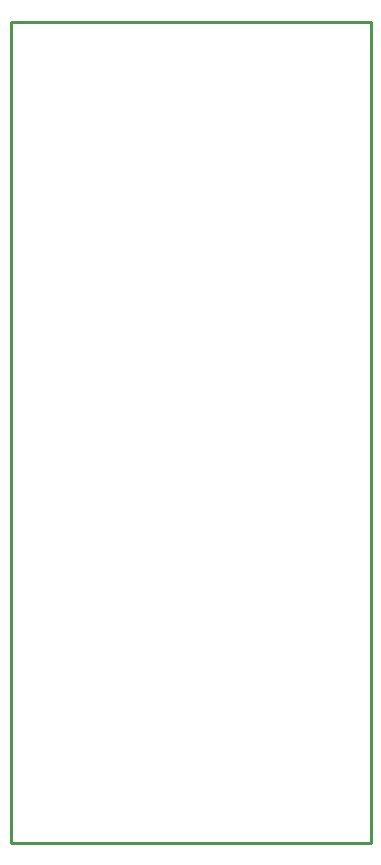
<source format=gbr>
G04 EAGLE Gerber RS-274X export*
G75*
%MOMM*%
%FSLAX34Y34*%
%LPD*%
%IN*%
%IPPOS*%
%AMOC8*
5,1,8,0,0,1.08239X$1,22.5*%
G01*
G04 Define Apertures*
%ADD10C,0.254000*%
D10*
X0Y304800D02*
X304800Y304800D01*
X304800Y1000000D01*
X0Y1000000D01*
X0Y304800D01*
M02*

</source>
